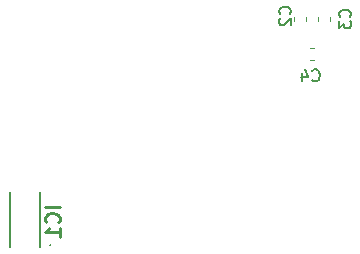
<source format=gbr>
%TF.GenerationSoftware,KiCad,Pcbnew,(6.0.2-0)*%
%TF.CreationDate,2022-04-08T10:44:43-04:00*%
%TF.ProjectId,lab7,6c616237-2e6b-4696-9361-645f70636258,rev?*%
%TF.SameCoordinates,Original*%
%TF.FileFunction,Legend,Bot*%
%TF.FilePolarity,Positive*%
%FSLAX46Y46*%
G04 Gerber Fmt 4.6, Leading zero omitted, Abs format (unit mm)*
G04 Created by KiCad (PCBNEW (6.0.2-0)) date 2022-04-08 10:44:43*
%MOMM*%
%LPD*%
G01*
G04 APERTURE LIST*
%ADD10C,0.150000*%
%ADD11C,0.254000*%
%ADD12C,0.120000*%
%ADD13C,0.200000*%
G04 APERTURE END LIST*
D10*
%TO.C,C3*%
X164187142Y-71833333D02*
X164234761Y-71785714D01*
X164282380Y-71642857D01*
X164282380Y-71547619D01*
X164234761Y-71404761D01*
X164139523Y-71309523D01*
X164044285Y-71261904D01*
X163853809Y-71214285D01*
X163710952Y-71214285D01*
X163520476Y-71261904D01*
X163425238Y-71309523D01*
X163330000Y-71404761D01*
X163282380Y-71547619D01*
X163282380Y-71642857D01*
X163330000Y-71785714D01*
X163377619Y-71833333D01*
X163282380Y-72166666D02*
X163282380Y-72785714D01*
X163663333Y-72452380D01*
X163663333Y-72595238D01*
X163710952Y-72690476D01*
X163758571Y-72738095D01*
X163853809Y-72785714D01*
X164091904Y-72785714D01*
X164187142Y-72738095D01*
X164234761Y-72690476D01*
X164282380Y-72595238D01*
X164282380Y-72309523D01*
X164234761Y-72214285D01*
X164187142Y-72166666D01*
D11*
%TO.C,IC1*%
X139639523Y-87911238D02*
X138369523Y-87911238D01*
X139518571Y-89241714D02*
X139579047Y-89181238D01*
X139639523Y-88999809D01*
X139639523Y-88878857D01*
X139579047Y-88697428D01*
X139458095Y-88576476D01*
X139337142Y-88516000D01*
X139095238Y-88455523D01*
X138913809Y-88455523D01*
X138671904Y-88516000D01*
X138550952Y-88576476D01*
X138430000Y-88697428D01*
X138369523Y-88878857D01*
X138369523Y-88999809D01*
X138430000Y-89181238D01*
X138490476Y-89241714D01*
X139639523Y-90451238D02*
X139639523Y-89725523D01*
X139639523Y-90088380D02*
X138369523Y-90088380D01*
X138550952Y-89967428D01*
X138671904Y-89846476D01*
X138732380Y-89725523D01*
D10*
%TO.C,C4*%
X161020399Y-77192142D02*
X161068018Y-77239761D01*
X161210875Y-77287380D01*
X161306113Y-77287380D01*
X161448971Y-77239761D01*
X161544209Y-77144523D01*
X161591828Y-77049285D01*
X161639447Y-76858809D01*
X161639447Y-76715952D01*
X161591828Y-76525476D01*
X161544209Y-76430238D01*
X161448971Y-76335000D01*
X161306113Y-76287380D01*
X161210875Y-76287380D01*
X161068018Y-76335000D01*
X161020399Y-76382619D01*
X160163256Y-76620714D02*
X160163256Y-77287380D01*
X160401352Y-76239761D02*
X160639447Y-76954047D01*
X160020399Y-76954047D01*
%TO.C,C2*%
X159107142Y-71588333D02*
X159154761Y-71540714D01*
X159202380Y-71397857D01*
X159202380Y-71302619D01*
X159154761Y-71159761D01*
X159059523Y-71064523D01*
X158964285Y-71016904D01*
X158773809Y-70969285D01*
X158630952Y-70969285D01*
X158440476Y-71016904D01*
X158345238Y-71064523D01*
X158250000Y-71159761D01*
X158202380Y-71302619D01*
X158202380Y-71397857D01*
X158250000Y-71540714D01*
X158297619Y-71588333D01*
X158297619Y-71969285D02*
X158250000Y-72016904D01*
X158202380Y-72112142D01*
X158202380Y-72350238D01*
X158250000Y-72445476D01*
X158297619Y-72493095D01*
X158392857Y-72540714D01*
X158488095Y-72540714D01*
X158630952Y-72493095D01*
X159202380Y-71921666D01*
X159202380Y-72540714D01*
D12*
%TO.C,C3*%
X161490000Y-72146267D02*
X161490000Y-71853733D01*
X162510000Y-72146267D02*
X162510000Y-71853733D01*
D13*
%TO.C,IC1*%
X135400000Y-86700000D02*
X135400000Y-91300000D01*
X138000000Y-91300000D02*
X138000000Y-86700000D01*
X138816870Y-91149000D02*
G75*
G03*
X138816870Y-91149000I-46870J0D01*
G01*
D12*
%TO.C,C4*%
X161146267Y-75510000D02*
X160853733Y-75510000D01*
X161146267Y-74490000D02*
X160853733Y-74490000D01*
%TO.C,C2*%
X160510000Y-72146267D02*
X160510000Y-71853733D01*
X159490000Y-72146267D02*
X159490000Y-71853733D01*
%TD*%
M02*

</source>
